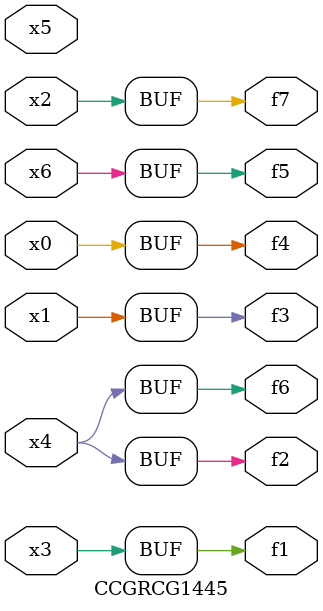
<source format=v>
module CCGRCG1445(
	input x0, x1, x2, x3, x4, x5, x6,
	output f1, f2, f3, f4, f5, f6, f7
);
	assign f1 = x3;
	assign f2 = x4;
	assign f3 = x1;
	assign f4 = x0;
	assign f5 = x6;
	assign f6 = x4;
	assign f7 = x2;
endmodule

</source>
